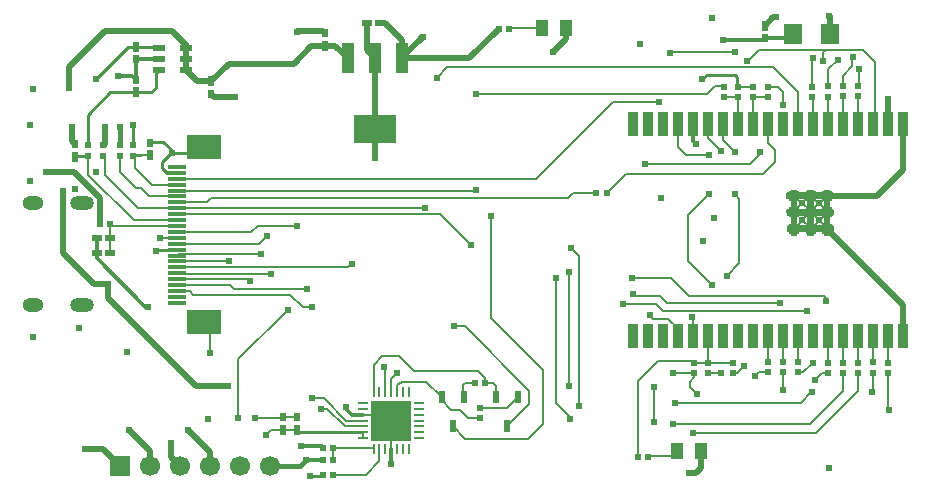
<source format=gtl>
G04 Layer: TopLayer*
G04 EasyEDA v6.5.23, 2023-05-27 11:47:03*
G04 dba0e08a7a4f4acbaa45d03accf02bcc,0a61cb7f7b51421fbede6d33e3e5ec82,10*
G04 Gerber Generator version 0.2*
G04 Scale: 100 percent, Rotated: No, Reflected: No *
G04 Dimensions in inches *
G04 leading zeros omitted , absolute positions ,3 integer and 6 decimal *
%FSLAX36Y36*%
%MOIN*%

%AMMACRO1*21,1,$1,$2,0,0,$3*%
%ADD10C,0.0200*%
%ADD11C,0.0120*%
%ADD12C,0.0100*%
%ADD13C,0.0160*%
%ADD14C,0.0060*%
%ADD15C,0.0150*%
%ADD16MACRO1,0.0213X0.0223X0.0000*%
%ADD17R,0.0213X0.0223*%
%ADD18R,0.0591X0.0118*%
%ADD19MACRO1,0.0118X0.0591X-90.0000*%
%ADD20R,0.1181X0.0787*%
%ADD21R,0.0394X0.0551*%
%ADD22MACRO1,0.0213X0.0223X90.0000*%
%ADD23MACRO1,0.0213X0.0311X0.0000*%
%ADD24R,0.0213X0.0311*%
%ADD25MACRO1,0.0213X0.0311X90.0000*%
%ADD26MACRO1,0.0213X0.0311X-90.0000*%
%ADD27MACRO1,0.068X0.0585X90.0000*%
%ADD28R,0.0236X0.0421*%
%ADD29MACRO1,0.0213X0.0223X-90.0000*%
%ADD30R,0.0354X0.0787*%
%ADD31R,0.0354X0.0354*%
%ADD32R,0.0433X0.0984*%
%ADD33MACRO1,0.1417X0.0921X0.0000*%
%ADD34R,0.0356X0.0110*%
%ADD35R,0.0110X0.0356*%
%ADD36R,0.1319X0.1319*%
%ADD37R,0.0422X0.0209*%
%ADD38O,0.070866X0.047244*%
%ADD39O,0.07873999999999999X0.047244*%
%ADD40R,0.0669X0.0669*%
%ADD41C,0.0669*%
%ADD42C,0.0240*%
%ADD43C,0.0143*%

%LPD*%
G36*
X2855240Y1925000D02*
G01*
X2853720Y1925300D01*
X2852420Y1926180D01*
X2851560Y1927460D01*
X2851240Y1929000D01*
X2851240Y1937780D01*
X2843460Y1937780D01*
X2841960Y1938060D01*
X2840680Y1938899D01*
X2839800Y1940160D01*
X2839460Y1941639D01*
X2838980Y1956360D01*
X2839260Y1957920D01*
X2840120Y1959259D01*
X2841420Y1960180D01*
X2842980Y1960480D01*
X2851240Y1960480D01*
X2851240Y1992700D01*
X2841680Y1992700D01*
X2840179Y1992980D01*
X2838900Y1993820D01*
X2838039Y1995080D01*
X2837700Y1996560D01*
X2837220Y2011279D01*
X2837480Y2012860D01*
X2838340Y2014199D01*
X2839660Y2015100D01*
X2841220Y2015420D01*
X2851240Y2015420D01*
X2851240Y2047620D01*
X2839920Y2047620D01*
X2838420Y2047920D01*
X2837140Y2048740D01*
X2836259Y2050000D01*
X2835920Y2051480D01*
X2835440Y2066200D01*
X2835720Y2067780D01*
X2836560Y2069120D01*
X2837880Y2070020D01*
X2839440Y2070340D01*
X2851240Y2070340D01*
X2851240Y2076000D01*
X2851560Y2077540D01*
X2852420Y2078820D01*
X2853720Y2079700D01*
X2855240Y2080000D01*
X2869960Y2080000D01*
X2871500Y2079700D01*
X2872799Y2078820D01*
X2873660Y2077540D01*
X2873960Y2076000D01*
X2873960Y2070340D01*
X2906180Y2070340D01*
X2906180Y2076000D01*
X2906480Y2077540D01*
X2907340Y2078820D01*
X2908639Y2079700D01*
X2910179Y2080000D01*
X2924880Y2080000D01*
X2926420Y2079700D01*
X2927720Y2078820D01*
X2928580Y2077540D01*
X2928880Y2076000D01*
X2928880Y2070340D01*
X2961080Y2070340D01*
X2961080Y2076000D01*
X2961400Y2077540D01*
X2962260Y2078820D01*
X2963560Y2079700D01*
X2965080Y2080000D01*
X2979800Y2080000D01*
X2981340Y2079700D01*
X2982640Y2078820D01*
X2983500Y2077540D01*
X2983800Y2076000D01*
X2983800Y2070340D01*
X2991000Y2070340D01*
X2992540Y2070040D01*
X2993820Y2069160D01*
X2994700Y2067860D01*
X2995000Y2066339D01*
X2995000Y2051620D01*
X2994700Y2050080D01*
X2993820Y2048800D01*
X2992540Y2047920D01*
X2991000Y2047620D01*
X2983800Y2047620D01*
X2983800Y2015420D01*
X2991000Y2015420D01*
X2992540Y2015100D01*
X2993820Y2014240D01*
X2994700Y2012940D01*
X2995000Y2011420D01*
X2995000Y1996699D01*
X2994700Y1995160D01*
X2993820Y1993860D01*
X2992540Y1993000D01*
X2991000Y1992700D01*
X2983800Y1992700D01*
X2983800Y1960480D01*
X2991000Y1960480D01*
X2992540Y1960180D01*
X2993820Y1959319D01*
X2994700Y1958020D01*
X2995000Y1956480D01*
X2995000Y1941780D01*
X2994700Y1940240D01*
X2993820Y1938940D01*
X2992540Y1938080D01*
X2991000Y1937780D01*
X2983800Y1937780D01*
X2983800Y1929000D01*
X2983500Y1927460D01*
X2982640Y1926180D01*
X2981340Y1925300D01*
X2979800Y1925000D01*
X2965080Y1925000D01*
X2963560Y1925300D01*
X2962260Y1926180D01*
X2961400Y1927460D01*
X2961080Y1929000D01*
X2961080Y1937780D01*
X2928880Y1937780D01*
X2928880Y1929000D01*
X2928580Y1927460D01*
X2927720Y1926180D01*
X2926420Y1925300D01*
X2924880Y1925000D01*
X2910179Y1925000D01*
X2908639Y1925300D01*
X2907340Y1926180D01*
X2906480Y1927460D01*
X2906180Y1929000D01*
X2906180Y1937780D01*
X2873960Y1937780D01*
X2873960Y1929000D01*
X2873660Y1927460D01*
X2872799Y1926180D01*
X2871500Y1925300D01*
X2869960Y1925000D01*
G37*

%LPC*%
G36*
X2928880Y1960480D02*
G01*
X2961080Y1960480D01*
X2961080Y1992700D01*
X2928880Y1992700D01*
G37*
G36*
X2873960Y1960480D02*
G01*
X2906180Y1960480D01*
X2906180Y1992700D01*
X2873960Y1992700D01*
G37*
G36*
X2928880Y2015420D02*
G01*
X2961080Y2015420D01*
X2961080Y2047620D01*
X2928880Y2047620D01*
G37*
G36*
X2873960Y2015420D02*
G01*
X2906180Y2015420D01*
X2906180Y2047620D01*
X2873960Y2047620D01*
G37*

%LPD*%
D10*
X644277Y1278501D02*
G01*
X715000Y1207777D01*
X715000Y1160000D01*
X841084Y1278499D02*
G01*
X915000Y1204583D01*
X915000Y1160000D01*
X2972439Y1949135D02*
G01*
X3225000Y1696574D01*
X3225000Y1590675D01*
D11*
X2525000Y2299326D02*
G01*
X2525000Y2241999D01*
X2533999Y2233000D01*
D10*
X3225000Y2299324D02*
G01*
X3225000Y2145000D01*
X3138975Y2058975D01*
X2972439Y2058975D01*
D11*
X2765000Y2583539D02*
G01*
X2761459Y2580000D01*
X2625000Y2580000D01*
D10*
X1877960Y2615000D02*
G01*
X1779881Y2516921D01*
X1555550Y2516921D01*
X1555600Y2516900D02*
G01*
X1555600Y2579400D01*
X1500000Y2635000D01*
X1481499Y2635000D01*
X1300000Y2601460D02*
G01*
X1291459Y2610000D01*
X1205000Y2610000D01*
X1205000Y2605000D01*
X920000Y2398539D02*
G01*
X928540Y2390000D01*
X1000000Y2390000D01*
D12*
X744760Y2477600D02*
G01*
X735000Y2467840D01*
X735000Y2420000D01*
X718539Y2403539D01*
X670000Y2403539D01*
X744760Y2552399D02*
G01*
X740700Y2556460D01*
X670000Y2556460D01*
X670000Y2556460D02*
G01*
X641460Y2556460D01*
X535000Y2450000D01*
D11*
X670000Y2446460D02*
G01*
X656460Y2460000D01*
X610000Y2460000D01*
D10*
X560000Y2227040D02*
G01*
X565000Y2232040D01*
X565000Y2290000D01*
D12*
X806559Y2135509D02*
G01*
X771491Y2135509D01*
X756001Y2151001D01*
X756001Y2171999D01*
X786000Y2201999D01*
X788999Y2201999D01*
D11*
X538539Y1920000D02*
G01*
X538539Y1870000D01*
D10*
X615000Y1160000D02*
G01*
X560000Y1215000D01*
X500000Y1215000D01*
X815000Y1160000D02*
G01*
X785000Y1190000D01*
X785000Y1235000D01*
D11*
X1426400Y1329699D02*
G01*
X1390000Y1330000D01*
X1370000Y1350000D01*
X1370000Y1355000D01*
X1520000Y1216399D02*
G01*
X1520000Y1170000D01*
X1292960Y1220000D02*
G01*
X1287960Y1225000D01*
X1220000Y1225000D01*
D12*
X1205000Y1278499D02*
G01*
X1212899Y1270599D01*
X1426400Y1270599D01*
D13*
X615000Y2227040D02*
G01*
X615000Y2288000D01*
D10*
X920000Y2441460D02*
G01*
X978540Y2500000D01*
X1195000Y2500000D01*
X1253540Y2558539D01*
X1300000Y2558539D01*
X2103350Y2616999D02*
G01*
X2103350Y2582350D01*
X2058000Y2536999D01*
X1465000Y2283099D02*
G01*
X1465000Y2215900D01*
X1465000Y2215900D01*
X1465000Y2210000D01*
X1465000Y2210000D01*
X1465000Y2185999D01*
X1465000Y2516921D02*
G01*
X1465000Y2283072D01*
D14*
X715000Y2193501D02*
G01*
X665000Y2193501D01*
X665000Y2151999D01*
X720859Y2096140D01*
X806559Y2096140D01*
D12*
X919203Y2221374D02*
G01*
X896305Y2221374D01*
X895299Y2220369D01*
X876930Y2201999D01*
X788999Y2201999D01*
X715000Y2236460D02*
G01*
X718539Y2240000D01*
X760000Y2240000D01*
X788999Y2210999D01*
X788999Y2201999D01*
D14*
X581999Y1965000D02*
G01*
X581999Y1958350D01*
X806559Y1958350D01*
X2588999Y1761999D02*
G01*
X2510000Y1840999D01*
X2510000Y1995000D01*
X2580000Y2065000D01*
X3080000Y2483000D02*
G01*
X3080000Y2428040D01*
X3076999Y2425039D01*
X1912002Y2615000D02*
G01*
X1914002Y2616999D01*
X2020649Y2616999D01*
X560000Y2193000D02*
G01*
X565000Y2188000D01*
X565000Y2126999D01*
X674600Y2017399D01*
X806559Y2017399D01*
X510000Y2193000D02*
G01*
X510000Y2130000D01*
X661970Y1978029D01*
X806559Y1978029D01*
X3075000Y1468960D02*
G01*
X3075000Y1410000D01*
X2935000Y1270000D01*
X2525000Y1270000D01*
X2448000Y2534000D02*
G01*
X2453999Y2540000D01*
X2665000Y2540000D01*
X660000Y2193000D02*
G01*
X715000Y2193499D01*
X2697002Y1491999D02*
G01*
X2673962Y1468960D01*
X2658000Y1468960D01*
X615000Y2193000D02*
G01*
X615000Y2145000D01*
X615000Y2140000D01*
X465000Y2188539D02*
G01*
X469420Y2192959D01*
X510000Y2192959D01*
X581460Y1870000D02*
G01*
X581460Y1920000D01*
X581460Y1920000D01*
X1255000Y1385000D02*
G01*
X1295000Y1385000D01*
X1370000Y1310000D01*
X1426400Y1310000D01*
X3026999Y1468960D02*
G01*
X3025000Y1466959D01*
X3025000Y1410000D01*
X2915000Y1300000D01*
X2460000Y1300000D01*
X1540000Y1470000D02*
G01*
X1520000Y1450000D01*
X1520000Y1403600D01*
X1495000Y1490000D02*
G01*
X1500320Y1484679D01*
X1500320Y1403600D01*
X1942399Y1388600D02*
G01*
X1942399Y1387399D01*
X1906999Y1351999D01*
X1816000Y1351999D01*
X1816000Y1317959D02*
G01*
X1813959Y1320000D01*
X1775000Y1320000D01*
X1750000Y1345000D01*
X1720000Y1345000D01*
X1687600Y1377399D01*
X1687600Y1388625D01*
X1867600Y1388625D02*
G01*
X1870000Y1391024D01*
X1870000Y1425000D01*
X1860000Y1435000D01*
X1832039Y1435000D01*
X1797960Y1435000D02*
G01*
X1765000Y1435000D01*
X1760000Y1430000D01*
X1760000Y1415000D01*
X1762399Y1388625D01*
X1762399Y1388625D01*
X1687600Y1388625D02*
G01*
X1636225Y1440000D01*
X1565000Y1440000D01*
X1560000Y1440000D01*
X1550000Y1435000D01*
X1539690Y1429690D01*
X1539690Y1403600D01*
X2460000Y1470000D02*
G01*
X2462040Y1467959D01*
X2530000Y1467959D01*
X2530000Y1502040D02*
G01*
X2575000Y1502040D01*
X1460951Y1216399D02*
G01*
X1457350Y1220000D01*
X1327039Y1220000D01*
X2366999Y2165999D02*
G01*
X2368000Y2165000D01*
X2715000Y2165000D01*
X2750000Y2200000D01*
X2750000Y2205000D01*
X1480630Y1216399D02*
G01*
X1480630Y1175630D01*
X1435000Y1130000D01*
X1327039Y1130000D01*
D10*
X1465000Y2516921D02*
G01*
X1438540Y2543382D01*
X1438540Y2635000D01*
X1374449Y2516921D02*
G01*
X1332831Y2558539D01*
X1300000Y2558539D01*
D11*
X744760Y2515000D02*
G01*
X743299Y2513539D01*
X670000Y2513539D01*
X670000Y2446460D02*
G01*
X670000Y2513539D01*
D10*
X835240Y2477600D02*
G01*
X871379Y2441460D01*
X920000Y2441460D01*
X835240Y2515000D02*
G01*
X835240Y2477600D01*
X835240Y2552399D02*
G01*
X835240Y2515000D01*
D12*
X660000Y2295000D02*
G01*
X660000Y2227040D01*
D14*
X510000Y2192959D02*
G01*
X505579Y2188539D01*
X465000Y2188539D01*
X581460Y1870000D02*
G01*
X581460Y1920000D01*
X581999Y1965000D02*
G01*
X581500Y1920000D01*
D12*
X670000Y2403499D02*
G01*
X583499Y2403499D01*
X510000Y2330000D01*
X510000Y2226999D01*
D14*
X1160000Y1278539D02*
G01*
X1205000Y1278539D01*
X1285000Y1350000D02*
G01*
X1305000Y1350000D01*
X1364700Y1290300D01*
X1426400Y1290300D01*
X1426400Y1250940D02*
G01*
X1426400Y1270630D01*
X2665000Y2205000D02*
G01*
X2625000Y2245000D01*
X2625000Y2299324D01*
X2638000Y1793000D02*
G01*
X2680000Y1835000D01*
X2680000Y2050000D01*
X2665000Y2065000D01*
X2538000Y1399000D02*
G01*
X2515000Y1421999D01*
X2515000Y1440000D01*
X2530000Y1455000D01*
X2530000Y1467959D01*
X2575000Y1467959D02*
G01*
X2576040Y1469000D01*
X2620000Y1469000D01*
X1175000Y1680000D02*
G01*
X1010000Y1515000D01*
X1010000Y1320000D01*
X1327039Y1180000D02*
G01*
X1327040Y1180000D01*
X1327040Y1220000D01*
X1520000Y1310000D02*
G01*
X1520000Y1216399D01*
X1520000Y1310000D02*
G01*
X1500320Y1329679D01*
X1426400Y1329679D01*
X2862610Y2058975D02*
G01*
X2886584Y2035000D01*
X2890000Y2035000D01*
X2917520Y2058975D02*
G01*
X2941495Y2035000D01*
X2945000Y2035000D01*
X2972439Y2004054D02*
G01*
X2948384Y1980000D01*
X2945000Y1980000D01*
X2972439Y2058975D02*
G01*
X2948464Y2035000D01*
X2945000Y2035000D01*
X2945000Y2035000D02*
G01*
X2972439Y2007559D01*
X2972439Y2004054D01*
X2945000Y2035000D02*
G01*
X2917529Y2007530D01*
X2917529Y2004045D01*
X2890000Y2035000D02*
G01*
X2913975Y2058975D01*
X2917520Y2058975D01*
X2890000Y2035000D02*
G01*
X2862610Y2007609D01*
X2862610Y2004045D01*
X2890000Y2035000D02*
G01*
X2917529Y2007469D01*
X2917529Y2004045D01*
X2862610Y1949135D02*
G01*
X2890000Y1976525D01*
X2890000Y1980000D01*
X2890000Y1980000D02*
G01*
X2914044Y2004045D01*
X2917529Y2004045D01*
X2890000Y1980000D02*
G01*
X2917520Y1952480D01*
X2917520Y1949135D01*
X2917520Y1949135D02*
G01*
X2945000Y1976615D01*
X2945000Y1980000D01*
X2945000Y1980000D02*
G01*
X2920955Y2004045D01*
X2917529Y2004045D01*
X2945000Y1980000D02*
G01*
X2972439Y1952559D01*
X2972439Y1949135D01*
D11*
X2857299Y2600000D02*
G01*
X2840839Y2583539D01*
X2765000Y2583539D01*
D14*
X1205000Y1321460D02*
G01*
X1160000Y1321460D01*
X1160000Y1321460D02*
G01*
X1158540Y1320000D01*
X1063999Y1320000D01*
X919214Y1638625D02*
G01*
X896565Y1638625D01*
X895559Y1637620D01*
X915000Y1618180D01*
X915000Y1535000D01*
D10*
X1555551Y2516921D02*
G01*
X1555551Y2520551D01*
X1625000Y2590000D01*
X1620000Y2590000D01*
D11*
X538499Y1870000D02*
G01*
X538499Y1851500D01*
X700000Y1690000D01*
X710000Y1690000D01*
D10*
X575000Y1765000D02*
G01*
X575000Y1720000D01*
X870000Y1425000D01*
X975000Y1425000D01*
X465000Y2231460D02*
G01*
X455000Y2241460D01*
X455000Y2290000D01*
D14*
X2342960Y1190000D02*
G01*
X2342960Y1442959D01*
X2410000Y1510000D01*
X2530000Y1510000D01*
X2530000Y1501999D01*
X615000Y2140000D02*
G01*
X670000Y2085000D01*
X685000Y2085000D01*
X713229Y2056770D01*
X806559Y2056770D01*
X807565Y2057775D01*
X820785Y2057775D01*
D10*
X575000Y1765000D02*
G01*
X530000Y1765000D01*
X425000Y1870000D01*
X425000Y2075000D01*
X548000Y1965000D02*
G01*
X548000Y2053000D01*
X461999Y2139000D01*
X370000Y2139000D01*
D14*
X1160000Y1278539D02*
G01*
X1118540Y1278539D01*
X1103000Y1263000D01*
D10*
X2765000Y2626498D02*
G01*
X2793500Y2655000D01*
X2801000Y2655000D01*
X2980000Y2660000D02*
G01*
X2982700Y2657300D01*
X2982700Y2600000D01*
X3175010Y2299330D02*
G01*
X3175010Y2383000D01*
D14*
X1725000Y1291399D02*
G01*
X1766400Y1250000D01*
X1975000Y1250000D01*
X2025000Y1300000D01*
X2025000Y1480000D01*
X1853000Y1651999D01*
X1853000Y1990999D01*
X1905000Y1291399D02*
G01*
X1980000Y1366399D01*
X1980000Y1410000D01*
X1763999Y1625999D01*
X1730000Y1625999D01*
D10*
X2553299Y1206999D02*
G01*
X2553299Y1152399D01*
X2535000Y1134000D01*
X2511999Y1134000D01*
D14*
X806559Y1938659D02*
G01*
X1053659Y1938659D01*
X1075000Y1960000D01*
X1205000Y1960000D01*
X820785Y1919985D02*
G01*
X820785Y1918989D01*
X806559Y1918989D01*
X750000Y1918989D01*
X750000Y1920000D01*
X2926000Y2518998D02*
G01*
X2923000Y2518998D01*
X2923000Y2423040D01*
X2726999Y2387959D02*
G01*
X2775000Y2387959D01*
X2726999Y2387959D02*
G01*
X2725010Y2385970D01*
X2725010Y2299330D01*
X2676000Y2388000D02*
G01*
X2675000Y2299299D01*
X2628999Y2387959D02*
G01*
X2676000Y2387959D01*
X2676000Y2422040D02*
G01*
X2726999Y2422040D01*
X2580000Y2195000D02*
G01*
X2503000Y2195000D01*
X2475000Y2223000D01*
X2475000Y2299299D01*
X806559Y2115830D02*
G01*
X2002831Y2115830D01*
X2258002Y2371001D01*
X2412997Y2371001D01*
X2826000Y2360999D02*
G01*
X2826000Y2406001D01*
X2809961Y2422040D01*
X2775000Y2422040D01*
X3008000Y2511999D02*
G01*
X2977002Y2481001D01*
X2977002Y2424041D01*
X2358770Y2133000D02*
G01*
X2366400Y2133000D01*
X2758999Y2133000D01*
X2798999Y2173000D01*
X2798999Y2211999D01*
X2775000Y2235999D01*
X2775000Y2299299D01*
X2238000Y2068000D02*
G01*
X2303000Y2133000D01*
X2366400Y2133000D01*
X806559Y2017399D02*
G01*
X808158Y2018998D01*
X1632997Y2018998D01*
X806559Y1997719D02*
G01*
X1683280Y1997719D01*
X1786000Y1895000D01*
X2118000Y1884000D02*
G01*
X2143999Y1858000D01*
X2143999Y1359000D01*
X3177002Y1343998D02*
G01*
X3176999Y1344000D01*
X3176999Y1468960D01*
X806559Y1899290D02*
G01*
X1079290Y1899290D01*
X1105000Y1925000D01*
X806530Y1859949D02*
G01*
X810578Y1863998D01*
X1083999Y1863998D01*
X3060000Y2523000D02*
G01*
X3056000Y2519000D01*
X3056000Y2490999D01*
X3023999Y2459000D01*
X3023999Y2425039D01*
X806580Y1840250D02*
G01*
X808329Y1841999D01*
X977997Y1841999D01*
X3123000Y1405999D02*
G01*
X3126000Y1409000D01*
X3126000Y1469960D01*
X2925000Y1503000D02*
G01*
X2893959Y1471959D01*
X2873999Y1471959D01*
X2112002Y1803998D02*
G01*
X2112002Y1425000D01*
X2113000Y1425000D01*
X2396000Y1305000D02*
G01*
X2396000Y1421999D01*
X2471000Y1370000D02*
G01*
X2838999Y1370000D01*
X2838999Y1370000D02*
G01*
X2886000Y1370000D01*
X2920000Y1404000D01*
X2921999Y1404000D01*
X2732002Y1456999D02*
G01*
X2746962Y1471959D01*
X2775000Y1471959D01*
X806440Y1781129D02*
G01*
X1043869Y1781129D01*
X1048999Y1776001D01*
X2932002Y1446001D02*
G01*
X2954961Y1468960D01*
X2976000Y1468960D01*
X806559Y1820580D02*
G01*
X1375577Y1820580D01*
X1387997Y1833000D01*
X1387997Y1833000D01*
X806559Y1800900D02*
G01*
X809459Y1798000D01*
X1120000Y1798000D01*
X806440Y1761430D02*
G01*
X808010Y1763000D01*
X982997Y1763000D01*
X996000Y1750000D01*
X1237997Y1750000D01*
X1256000Y1686999D02*
G01*
X1226000Y1686999D01*
X1182997Y1730000D01*
X860000Y1730000D01*
X848239Y1741759D01*
X806440Y1741759D01*
X2291999Y1700000D02*
G01*
X2401000Y1700000D01*
X2425000Y1675999D01*
X2903999Y1675999D01*
X2325000Y1731999D02*
G01*
X2331999Y1725000D01*
X2416000Y1725000D01*
X2440000Y1700999D01*
X2815000Y1700999D01*
X2827002Y1413000D02*
G01*
X2825000Y1415001D01*
X2825000Y1471959D01*
X2381000Y1660999D02*
G01*
X2391999Y1650000D01*
X2443000Y1650000D01*
X2475010Y1617989D01*
X2475010Y1590670D01*
X2068999Y1784000D02*
G01*
X2068999Y1369000D01*
X2116999Y1320999D01*
X2116999Y1314000D01*
X1831999Y1435000D02*
G01*
X1831999Y1453000D01*
X1810000Y1475000D01*
X1595000Y1475000D01*
X1545000Y1525000D01*
X1490000Y1525000D01*
X1461000Y1495999D01*
X1461000Y1403600D01*
D10*
X835200Y2552399D02*
G01*
X840000Y2557199D01*
X788199Y2609000D01*
X564000Y2609000D01*
X445000Y2490000D01*
X445000Y2420000D01*
D14*
X2376999Y1190000D02*
G01*
X2380000Y1193000D01*
X2470600Y1193000D01*
X2470600Y1206999D01*
X3176999Y1503040D02*
G01*
X3175010Y1505030D01*
X3175010Y1590668D01*
X3126000Y1504000D02*
G01*
X3125000Y1590700D01*
X3075000Y1503000D02*
G01*
X3075000Y1590700D01*
X3026999Y1503040D02*
G01*
X3025010Y1505030D01*
X3025010Y1590670D01*
X2873999Y1506039D02*
G01*
X2875010Y1507049D01*
X2875010Y1590670D01*
X2825000Y1505999D02*
G01*
X2825000Y1590700D01*
X2775000Y1506039D02*
G01*
X2775000Y1590659D01*
X2775010Y1590668D01*
X2658000Y1503000D02*
G01*
X2575000Y1501999D01*
X2575000Y1501999D02*
G01*
X2575000Y1590700D01*
X3076999Y2390960D02*
G01*
X3075010Y2388969D01*
X3075010Y2299330D01*
X3023999Y2390960D02*
G01*
X3025010Y2389949D01*
X3025010Y2299330D01*
X2976999Y2389960D02*
G01*
X2975010Y2387970D01*
X2975010Y2299330D01*
X2923000Y2388960D02*
G01*
X2925010Y2386950D01*
X2925010Y2299330D01*
X1671000Y2451999D02*
G01*
X1706000Y2486999D01*
X2791999Y2486999D01*
X2875000Y2404000D01*
X2875000Y2299299D01*
D12*
X2676000Y2422040D02*
G01*
X2671999Y2426039D01*
X2671999Y2455999D01*
X2665000Y2463000D01*
X2571000Y2463000D01*
X2556000Y2448000D01*
X2553999Y2448000D01*
D14*
X1801000Y2398000D02*
G01*
X2571999Y2398000D01*
X2598000Y2424000D01*
X2628999Y2424000D01*
X2628999Y2421999D01*
X2960000Y2510000D02*
G01*
X2960000Y2536999D01*
X2968000Y2545000D01*
X2745000Y2545000D01*
X2710000Y2510000D01*
X2705000Y2510000D01*
X2968000Y2545000D02*
G01*
X3093000Y2545000D01*
X3131999Y2505999D01*
X3131999Y2299299D01*
X3125000Y2299299D01*
X2523000Y1655000D02*
G01*
X2525010Y1652989D01*
X2525010Y1590670D01*
X2618999Y2206999D02*
G01*
X2575010Y2250990D01*
X2575010Y2299330D01*
X2976000Y1503040D02*
G01*
X2975010Y1504029D01*
X2975010Y1590668D01*
D12*
X1293000Y1130000D02*
G01*
X1293000Y1125999D01*
X1248000Y1125999D01*
D11*
X1235000Y1180000D02*
G01*
X1292960Y1180000D01*
D15*
X1235000Y1180000D02*
G01*
X1215000Y1160000D01*
X1115000Y1160000D01*
D12*
X806509Y1879760D02*
G01*
X739760Y1879760D01*
X735000Y1875000D01*
D14*
X2321000Y1785000D02*
G01*
X2453000Y1785000D01*
X2511999Y1725999D01*
X2961000Y1725999D01*
X2970000Y1716999D01*
X2970000Y1710000D01*
X806559Y2076460D02*
G01*
X1798001Y2076460D01*
X1801000Y2079459D01*
X2203959Y2068000D02*
G01*
X2125000Y2068000D01*
X2125000Y2068000D02*
G01*
X2108000Y2050999D01*
X920000Y2050999D01*
X906090Y2037089D01*
X806559Y2037089D01*
D16*
G01*
X2775000Y2422040D03*
D17*
G01*
X2775000Y2387959D03*
D16*
G01*
X2629000Y2422040D03*
D17*
G01*
X2628999Y2387959D03*
D16*
G01*
X2726999Y2422040D03*
D17*
G01*
X2726999Y2387959D03*
D16*
G01*
X2675999Y2422040D03*
D17*
G01*
X2676000Y2387959D03*
D18*
G01*
X806559Y2155180D03*
D19*
G01*
X806560Y2135515D03*
G01*
X806560Y2115834D03*
G01*
X806560Y2096144D03*
G01*
X806560Y2076465D03*
G01*
X806560Y2056775D03*
G01*
X806560Y2037094D03*
G01*
X806560Y2017404D03*
G01*
X806560Y1997725D03*
G01*
X806560Y1978034D03*
G01*
X806560Y1958354D03*
G01*
X806560Y1938665D03*
D18*
G01*
X806559Y1918989D03*
D19*
G01*
X806560Y1899294D03*
G01*
X806510Y1879764D03*
D18*
G01*
X806530Y1859949D03*
G01*
X806570Y1840250D03*
G01*
X806559Y1820580D03*
G01*
X806559Y1800900D03*
G01*
X806440Y1781129D03*
G01*
X806440Y1761430D03*
G01*
X806440Y1741759D03*
G01*
X806440Y1722060D03*
G01*
X806440Y1702370D03*
D20*
G01*
X895309Y2220369D03*
G01*
X895559Y1637620D03*
D21*
G01*
X2020649Y2616999D03*
G01*
X2103350Y2616999D03*
G01*
X2470649Y1206999D03*
G01*
X2553350Y1206999D03*
D22*
G01*
X1912040Y2615000D03*
G01*
X1877959Y2615000D03*
G01*
X2377040Y1190000D03*
G01*
X2342959Y1190000D03*
D23*
G01*
X1205000Y1278541D03*
D24*
G01*
X1205000Y1321460D03*
D25*
G01*
X581458Y1920000D03*
G01*
X538541Y1920000D03*
D23*
G01*
X465000Y2188541D03*
D24*
G01*
X465000Y2231460D03*
D23*
G01*
X2765000Y2626459D03*
D24*
G01*
X2765000Y2583539D03*
D23*
G01*
X1300000Y2558541D03*
D24*
G01*
X1300000Y2601460D03*
D26*
G01*
X1438540Y2635000D03*
G01*
X1481459Y2635000D03*
D23*
G01*
X1160000Y1278541D03*
D24*
G01*
X1160000Y1321460D03*
D23*
G01*
X670000Y2403541D03*
D24*
G01*
X670000Y2446460D03*
D23*
G01*
X670000Y2556459D03*
D24*
G01*
X670000Y2513539D03*
D23*
G01*
X920000Y2441459D03*
D24*
G01*
X920000Y2398539D03*
D23*
G01*
X715000Y2193541D03*
D24*
G01*
X715000Y2236460D03*
D25*
G01*
X581458Y1870000D03*
G01*
X538541Y1870000D03*
D27*
G01*
X2982696Y2600000D03*
G01*
X2857303Y2600000D03*
D28*
G01*
X1762399Y1388620D03*
G01*
X1687600Y1388620D03*
G01*
X1725000Y1291379D03*
G01*
X1942399Y1388620D03*
G01*
X1867600Y1388620D03*
G01*
X1905000Y1291379D03*
D29*
G01*
X1292959Y1130000D03*
G01*
X1327040Y1130000D03*
D22*
G01*
X1327040Y1220000D03*
G01*
X1292959Y1220000D03*
G01*
X1327040Y1180000D03*
G01*
X1292959Y1180000D03*
D16*
G01*
X3075000Y1468959D03*
D17*
G01*
X3075000Y1503040D03*
D16*
G01*
X3026999Y1468959D03*
D17*
G01*
X3026999Y1503040D03*
D29*
G01*
X1797959Y1435000D03*
G01*
X1832040Y1435000D03*
D16*
G01*
X1815999Y1352040D03*
D17*
G01*
X1816000Y1317959D03*
D29*
G01*
X2203959Y2067999D03*
G01*
X2238040Y2067999D03*
D16*
G01*
X3176999Y1468959D03*
D17*
G01*
X3176999Y1503040D03*
D16*
G01*
X2658000Y1468959D03*
D17*
G01*
X2658000Y1503040D03*
D16*
G01*
X3125999Y1469959D03*
D17*
G01*
X3126000Y1504040D03*
D16*
G01*
X2975999Y1468959D03*
D17*
G01*
X2976000Y1503040D03*
D16*
G01*
X2775000Y1471959D03*
D17*
G01*
X2775000Y1506039D03*
D16*
G01*
X3076999Y2425040D03*
D17*
G01*
X3076999Y2390960D03*
D16*
G01*
X3024000Y2425040D03*
D17*
G01*
X3023999Y2390960D03*
D16*
G01*
X2976999Y2424040D03*
D17*
G01*
X2976999Y2389960D03*
D16*
G01*
X2923000Y2423040D03*
D17*
G01*
X2923000Y2388960D03*
D16*
G01*
X2825000Y1471959D03*
D17*
G01*
X2825000Y1506039D03*
D16*
G01*
X2874000Y1471959D03*
D17*
G01*
X2873999Y1506039D03*
D22*
G01*
X582040Y1965000D03*
G01*
X547959Y1965000D03*
D16*
G01*
X660000Y2192959D03*
D17*
G01*
X660000Y2227040D03*
D16*
G01*
X560000Y2192959D03*
D17*
G01*
X560000Y2227040D03*
D16*
G01*
X615000Y2192959D03*
D17*
G01*
X615000Y2227040D03*
D16*
G01*
X510000Y2192959D03*
D17*
G01*
X510000Y2227040D03*
D16*
G01*
X2575000Y1467959D03*
D17*
G01*
X2575000Y1502040D03*
D16*
G01*
X2530000Y1467959D03*
D17*
G01*
X2530000Y1502040D03*
D30*
G01*
X3225010Y2299330D03*
G01*
X3175010Y2299330D03*
G01*
X3125010Y2299330D03*
G01*
X3075010Y2299330D03*
G01*
X3025010Y2299330D03*
G01*
X2975010Y2299330D03*
G01*
X2925010Y2299330D03*
G01*
X2875010Y2299330D03*
G01*
X2825010Y2299330D03*
G01*
X2775010Y2299330D03*
G01*
X2725010Y2299330D03*
G01*
X2675010Y2299330D03*
G01*
X2625010Y2299330D03*
G01*
X2575010Y2299330D03*
G01*
X2525010Y2299330D03*
G01*
X2475010Y2299330D03*
G01*
X2425010Y2299330D03*
G01*
X2375010Y2299330D03*
G01*
X2325010Y2299330D03*
G01*
X2325010Y1590670D03*
G01*
X2375010Y1590670D03*
G01*
X2425010Y1590670D03*
G01*
X2475010Y1590670D03*
G01*
X2525010Y1590670D03*
G01*
X2575010Y1590670D03*
G01*
X2625010Y1590670D03*
G01*
X2675010Y1590670D03*
G01*
X2725010Y1590670D03*
G01*
X2775010Y1590670D03*
G01*
X2825010Y1590670D03*
G01*
X2875010Y1590670D03*
G01*
X2925010Y1590670D03*
G01*
X2975010Y1590670D03*
G01*
X3025010Y1590670D03*
G01*
X3075010Y1590670D03*
G01*
X3125010Y1590670D03*
G01*
X3175010Y1590670D03*
G01*
X3225010Y1590670D03*
D31*
G01*
X2917529Y2004050D03*
G01*
X2917529Y2058980D03*
G01*
X2917529Y1949130D03*
G01*
X2972439Y2058980D03*
G01*
X2972439Y2004050D03*
G01*
X2972439Y1949130D03*
G01*
X2862610Y2058980D03*
G01*
X2862610Y2004050D03*
G01*
X2862610Y1949130D03*
D32*
G01*
X1555550Y2516930D03*
G01*
X1465000Y2516930D03*
G01*
X1374449Y2516930D03*
D33*
G01*
X1465000Y2283070D03*
D34*
G01*
X1426400Y1369050D03*
G01*
X1426400Y1349369D03*
G01*
X1426400Y1329679D03*
G01*
X1426400Y1310000D03*
G01*
X1426400Y1290309D03*
G01*
X1426400Y1270630D03*
G01*
X1426400Y1250940D03*
D35*
G01*
X1460950Y1216399D03*
G01*
X1480630Y1216399D03*
G01*
X1500320Y1216399D03*
G01*
X1520000Y1216399D03*
G01*
X1539690Y1216399D03*
G01*
X1559369Y1216399D03*
G01*
X1579059Y1216399D03*
D34*
G01*
X1613599Y1250940D03*
G01*
X1613599Y1270630D03*
G01*
X1613599Y1290309D03*
G01*
X1613599Y1310000D03*
G01*
X1613599Y1329679D03*
G01*
X1613599Y1349369D03*
G01*
X1613599Y1369050D03*
D35*
G01*
X1579059Y1403600D03*
G01*
X1559369Y1403600D03*
G01*
X1539690Y1403600D03*
G01*
X1520000Y1403600D03*
G01*
X1500320Y1403600D03*
G01*
X1480630Y1403600D03*
G01*
X1460950Y1403600D03*
D36*
G01*
X1520000Y1310000D03*
D37*
G01*
X835240Y2477600D03*
G01*
X835240Y2515000D03*
G01*
X835240Y2552399D03*
G01*
X744760Y2552399D03*
G01*
X744760Y2515000D03*
G01*
X744760Y2477600D03*
D38*
G01*
X324920Y1694920D03*
G01*
X324920Y2035079D03*
D39*
G01*
X489490Y2035079D03*
G01*
X489490Y1694920D03*
D40*
G01*
X615000Y1160000D03*
D41*
G01*
X715000Y1160000D03*
G01*
X815000Y1160000D03*
G01*
X915000Y1160000D03*
G01*
X1015000Y1160000D03*
G01*
X1115000Y1160000D03*
D42*
G01*
X1105000Y1925000D03*
G01*
X3008000Y2511999D03*
G01*
X1256000Y1686999D03*
G01*
X2291999Y1700000D03*
G01*
X2366999Y2165999D03*
G01*
X2750000Y2205000D03*
G01*
X3080000Y2483000D03*
G01*
X1205000Y1960000D03*
G01*
X2448000Y2534000D03*
G01*
X2665000Y2540000D03*
G01*
X2926000Y2519000D03*
G01*
X788999Y2201999D03*
G01*
X750000Y1920000D03*
G01*
X2696999Y1491999D03*
G01*
X1285000Y1350000D03*
G01*
X1255000Y1385000D03*
G01*
X2460000Y1300000D03*
G01*
X1495000Y1490000D03*
G01*
X2525000Y1270000D03*
G01*
X1540000Y1470000D03*
G01*
X2460000Y1470000D03*
G01*
X1730000Y1625999D03*
G01*
X1205000Y2605000D03*
G01*
X535000Y2450000D03*
G01*
X660000Y2295000D03*
G01*
X2381000Y1660999D03*
G01*
X2588999Y1761999D03*
G01*
X2580000Y2065000D03*
G01*
X2580000Y2065000D03*
G01*
X2580000Y2195000D03*
G01*
X2638000Y1793000D03*
G01*
X2665000Y2065000D03*
G01*
X2665000Y2205000D03*
G01*
X2560000Y1910000D03*
G01*
X535999Y2140000D03*
G01*
X445000Y2420000D03*
G01*
X575000Y1765000D03*
G01*
X425000Y2075000D03*
G01*
X325000Y2415000D03*
G01*
X315000Y2294520D03*
G01*
X1853000Y1990999D03*
G01*
X2590000Y2651999D03*
G01*
X2538000Y1399000D03*
G01*
X2620000Y1469000D03*
G01*
X1175000Y1680000D03*
G01*
X1010000Y1320000D03*
G01*
X1063999Y1320000D03*
G01*
X2705000Y2510000D03*
G01*
X2960000Y2510000D03*
G01*
X975000Y1425000D03*
G01*
X910000Y1315000D03*
G01*
X1235000Y1180000D03*
G01*
X1220000Y1225000D03*
G01*
X500000Y1215000D03*
G01*
X1520000Y1165000D03*
G01*
X1370000Y1355000D03*
G01*
X2945000Y2035000D03*
G01*
X2890000Y2035000D03*
G01*
X2890000Y1980000D03*
G01*
X2945000Y1980000D03*
G01*
X2533999Y2233000D03*
G01*
X2350000Y2565000D03*
G01*
X2625000Y2580000D03*
G01*
X785000Y1235000D03*
G01*
X325000Y1590000D03*
G01*
X480000Y1620000D03*
G01*
X640000Y1540000D03*
G01*
X315000Y2110000D03*
G01*
X465999Y2081999D03*
G01*
X1000000Y2390000D03*
G01*
X915000Y1535000D03*
G01*
X1625000Y2590000D03*
G01*
X710000Y1690000D03*
G01*
X455000Y2290000D03*
G01*
X565000Y2290000D03*
G01*
X610000Y2460000D03*
G01*
X2978999Y1150999D03*
G01*
X2420000Y2051999D03*
G01*
X2511999Y1134000D03*
G01*
X1465000Y2185999D03*
G01*
X2058000Y2536999D03*
G01*
X615000Y2288000D03*
G01*
X370000Y2139000D03*
G01*
X644279Y1278499D03*
G01*
X841080Y1278499D03*
G01*
X1103000Y1263000D03*
G01*
X2980000Y2660000D03*
G01*
X2801000Y2655000D03*
G01*
X3175010Y2383000D03*
G01*
X2593999Y1985019D03*
G01*
X2413000Y2370999D03*
G01*
X2826000Y2360999D03*
G01*
X1801000Y2079459D03*
G01*
X1801000Y2398000D03*
G01*
X1633000Y2019000D03*
G01*
X1671000Y2451999D03*
G01*
X1786000Y1895000D03*
G01*
X2118000Y1884000D03*
G01*
X2143999Y1359000D03*
G01*
X3178000Y1344000D03*
G01*
X1083999Y1864000D03*
G01*
X3060000Y2523000D03*
G01*
X1388000Y1833000D03*
G01*
X978000Y1841999D03*
G01*
X2111999Y1804000D03*
G01*
X2113000Y1425000D03*
G01*
X2466999Y1368000D03*
G01*
X2921999Y1404000D03*
G01*
X3123000Y1405999D03*
G01*
X2903999Y1675999D03*
G01*
X2925000Y1503000D03*
G01*
X1120000Y1798000D03*
G01*
X2068999Y1784000D03*
G01*
X2116999Y1314000D03*
G01*
X2396000Y1305000D03*
G01*
X2396000Y1421999D03*
G01*
X2396000Y1421999D03*
G01*
X2731999Y1456999D03*
G01*
X1048999Y1775999D03*
G01*
X2321000Y1785000D03*
G01*
X2970000Y1710000D03*
G01*
X2931999Y1445999D03*
G01*
X1238000Y1750000D03*
G01*
X2325000Y1731999D03*
G01*
X2815000Y1700999D03*
G01*
X2826999Y1413000D03*
G01*
X2556000Y2448000D03*
G01*
X2523000Y1655000D03*
G01*
X2618999Y2206999D03*
G01*
X1248000Y1125999D03*
G01*
X735000Y1875000D03*
M02*

</source>
